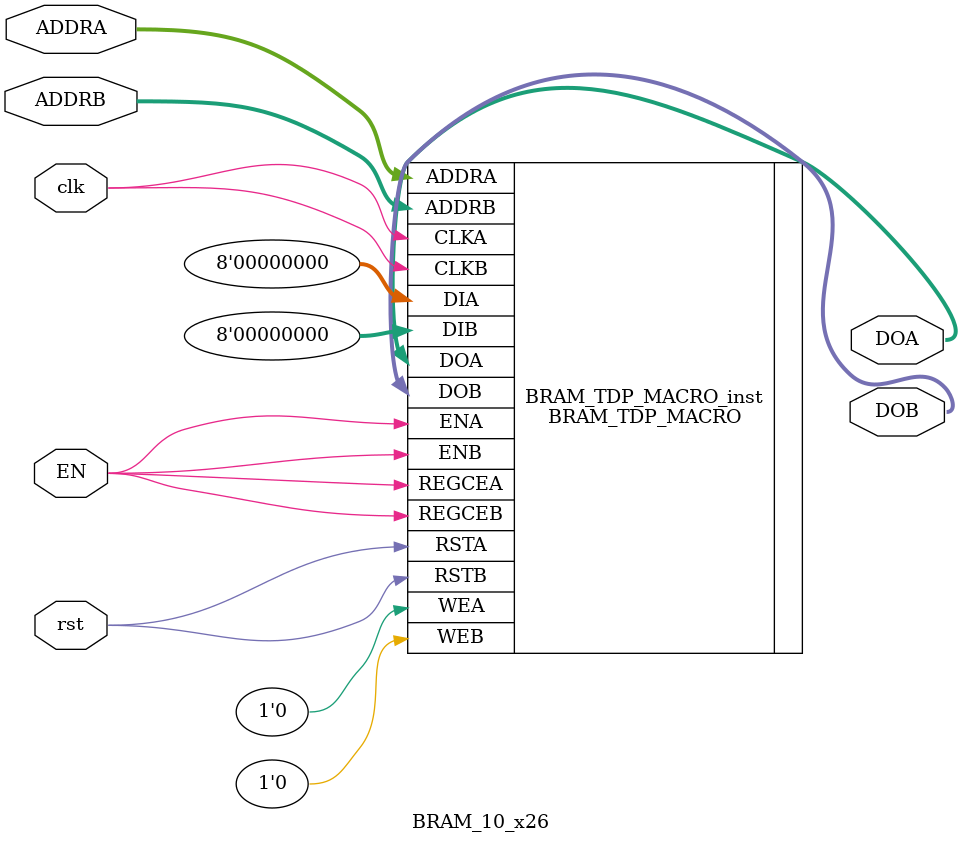
<source format=v>

module BRAM_10_x26(
    input [9:0] ADDRA,
    input [9:0] ADDRB,
    input clk,
    input rst, input EN,
    output [7:0] DOA,
    output [7:0] DOB
    );



// Spartan-6
// Xilinx HDL Libraries Guide, version 14.7
//////////////////////////////////////////////////////////////////////////
// DATA_WIDTH_A/B | BRAM_SIZE | RAM Depth | ADDRA/B Width | WEA/B Width //
// ===============|===========|===========|===============|=============//
// 19-36 | "18Kb" | 512 | 9-bit | 4-bit //
// 10-18 | "18Kb" | 1024 | 10-bit | 2-bit //
// 10-18 | "9Kb" | 512 | 9-bit | 2-bit //
// 5-9 | "18Kb" | 2048 | 11-bit | 1-bit //
// 5-9 | "9Kb" | 1024 | 10-bit | 1-bit //
// 3-4 | "18Kb" | 4096 | 12-bit | 1-bit //
// 3-4 | "9Kb" | 2048 | 11-bit | 1-bit //
// 2 | "18Kb" | 8192 | 13-bit | 1-bit //
// 2 | "9Kb" | 4096 | 12-bit | 1-bit //
// 1 | "18Kb" | 16384 | 14-bit | 1-bit //
// 1 | "9Kb" | 8192 | 12-bit | 1-bit //
//////////////////////////////////////////////////////////////////////////
BRAM_TDP_MACRO #(
	.BRAM_SIZE("9Kb"), // Target BRAM: "9Kb" or "18Kb"
	.DEVICE("SPARTAN6"), // Target device: "VIRTEX5", "VIRTEX6", "SPARTAN6"
	.DOA_REG(1), // Optional port A output register (0 or 1)
	.DOB_REG(1), // Optional port B output register (0 or 1)
	.INIT_A(36'h0123), // Initial values on port A output port
	.INIT_B(36'h3210), // Initial values on port B output port
	.INIT_FILE ("NONE"),
		.READ_WIDTH_A (8), // Valid values are 1-36
	.READ_WIDTH_B (8), // Valid values are 1-36
	.SIM_COLLISION_CHECK ("NONE"), // Collision check enable "ALL", "WARNING_ONLY",
	// "GENERATE_X_ONLY" or "NONE"
	.SRVAL_A(36'h00000000), // Set/Reset value for port A output
	.SRVAL_B(36'h00000000), // Set/Reset value for port B output
	.WRITE_MODE_A("WRITE_FIRST"), // "WRITE_FIRST", "READ_FIRST", or "NO_CHANGE"
	.WRITE_MODE_B("WRITE_FIRST"), // "WRITE_FIRST", "READ_FIRST", or "NO_CHANGE"
	.WRITE_WIDTH_A(8), // Valid values are 1-36
	.WRITE_WIDTH_B(8), // Valid values are 1-36
	
.INIT_00(256'h74246000D87A0000EB5E8500A20000007700E500000000009200000000000000),
.INIT_01(256'hFB06A16C7F70A70A081028000F00AD005F28836600000000DC4E000000000000),
.INIT_02(256'h9F00AF0097FACF0003FAC900EE004C00D02466000380830036A4000000000000),
.INIT_03(256'h10226E6C30F0680AE0B464004300E100F80C00660380830078EA000000000000),
.INIT_04(256'h78E2AA001EBC0000E7984F0064C60000BD002F00000000005800CA0000000000),
.INIT_05(256'h0B70276C4506EB0AF866AE003576E10069980566FCB04C00EAFE8600FCB04C00),
.INIT_06(256'h6B3E9DF8E88576B9F7C4FBF8917FF5B95B65ED4103808300BDE58B4100000000),
.INIT_07(256'h18AC1094B33F9DB3E83A1AF8C0CF14B98FFDC727FF30CF000F1BC741FCB04C00),
.INIT_08(256'h9BCB8FEF3795EFEF04B16AEF4DEFEFEF98EF0AEFEFEFEFEF7DEFEFEFEFEFEFEF),
.INIT_09(256'h14E94E83909F48E5E7FFC7EFE0EF42EFB0C76C89EFEFEFEF33A1EFEFEFEFEFEF),
.INIT_0A(256'h70EF40EF781520EFEC1526EF01EFA3EF3FCB89EFEC6F6CEFD94BEFEFEFEFEFEF),
.INIT_0B(256'hFFCD8183DF1F87E50F5B8BEFACEF0EEF17E3EF89EC6F6CEF9705EFEFEFEFEFEF),
.INIT_0C(256'h970D45EFF153EFEF0877A0EF8B29EFEF52EFC0EFEFEFEFEFB7EF25EFEFEFEFEF),
.INIT_0D(256'hE49FC883AAE904E5178941EFDA990EEF8677EA89135FA3EF051169EF135FA3EF),
.INIT_0E(256'h84D17217076A9956182B14177E901A56B48A02AEEC6F6CEF520A64AEEFEFEFEF),
.INIT_0F(256'hF743FF7B5CD0725C07D5F5172F20FB56601228C810DF20EFE0F428AE135FA3EF),
.INIT_10(256'h2B298600F8370000C01E5A00CF0000009700DC00000000004B00000000000000),
.INIT_11(256'hDA6B65501468EC5F610CE9007C00B3008A1DD30F000000005912000000000000),
.INIT_12(256'h8E2C2600D1BEA0001692000095005A00680526007389FA00C78C000000000000),
.INIT_13(256'h7F6EC5503DE14C5FB780B3002600E9007518290F7389FA00D59E000000000000),
.INIT_14(256'h3AAE10007FB00000D199CC004887000001004A0000000000DD00960000000000),
.INIT_15(256'h92D69050CAD58F5F29B11C00A2BDD0004527260F593A63009628F500593A6300),
.INIT_16(256'h74405BEBF8970EAEECFE7DEBBC29F4AEBB40F5457389FA0014C9D34500000000),
.INIT_17(256'hDC38DBBB4DF281F114D6ADEB561324AEFF67994A2AB399005FE1B045593A6300),
.INIT_18(256'hC4C669EF17D8EFEF2FF1B5EF20EFEFEF78EF33EFEFEFEFEFA4EFEFEFEFEFEFEF),
.INIT_19(256'h35848ABFFB8703B08EE306EF93EF5CEF65F23CE0EFEFEFEFB6FDEFEFEFEFEFEF),
.INIT_1A(256'h61C3C9EF3E514FEFF97DEFEF7AEFB5EF87EAC9EF9C6615EF2863EFEFEFEFEFEF),
.INIT_1B(256'h90812ABFD20EA3B0586F5CEFC9EF06EF9AF7C6E09C6615EF3A71EFEFEFEFEFEF),
.INIT_1C(256'hD541FFEF905FEFEF3E7623EFA768EFEFEEEFA5EFEFEFEFEF32EF79EFEFEFEFEF),
.INIT_1D(256'h7D397FBF253A60B0C65EF3EF4D523FEFAAC8C9E0B6D58CEF79C71AEFB6D58CEF),
.INIT_1E(256'h9BAFB4041778E1410311920453C61B4154AF1AAA9C6615EFFB263CAAEFEFEFEF),
.INIT_1F(256'h33D73454A21D6E1EFB394204B9FCCB41108876A5C55C76EFB00E5FAAB6D58CEF),


	
	//===============================================================================
	
	.INIT_20(256'h0000000000000000000000000000000000000000000000000000000000000000),
	.INIT_21(256'h0000000000000000000000000000000000000000000000000000000000000000),
	.INIT_22(256'h0000000000000000000000000000000000000000000000000000000000000000),
	.INIT_23(256'h0000000000000000000000000000000000000000000000000000000000000000),
	.INIT_24(256'h0000000000000000000000000000000000000000000000000000000000000000),
	.INIT_25(256'h0000000000000000000000000000000000000000000000000000000000000000),
	.INIT_26(256'h0000000000000000000000000000000000000000000000000000000000000000),
	.INIT_27(256'h0000000000000000000000000000000000000000000000000000000000000000),
	.INIT_28(256'h0000000000000000000000000000000000000000000000000000000000000000),
	.INIT_29(256'h0000000000000000000000000000000000000000000000000000000000000000),
	.INIT_2A(256'h0000000000000000000000000000000000000000000000000000000000000000),
	.INIT_2B(256'h0000000000000000000000000000000000000000000000000000000000000000),
	.INIT_2C(256'h0000000000000000000000000000000000000000000000000000000000000000),
	.INIT_2D(256'h0000000000000000000000000000000000000000000000000000000000000000),
	.INIT_2E(256'h0000000000000000000000000000000000000000000000000000000000000000),
	.INIT_2F(256'h0000000000000000000000000000000000000000000000000000000000000000),
	.INIT_30(256'h0000000000000000000000000000000000000000000000000000000000000000),
	.INIT_31(256'h0000000000000000000000000000000000000000000000000000000000000000),
	.INIT_32(256'h0000000000000000000000000000000000000000000000000000000000000000),
	.INIT_33(256'h0000000000000000000000000000000000000000000000000000000000000000),
	.INIT_34(256'h0000000000000000000000000000000000000000000000000000000000000000),
	.INIT_35(256'h0000000000000000000000000000000000000000000000000000000000000000),
	.INIT_36(256'h0000000000000000000000000000000000000000000000000000000000000000),
	.INIT_37(256'h0000000000000000000000000000000000000000000000000000000000000000),
	.INIT_38(256'h0000000000000000000000000000000000000000000000000000000000000000),
	.INIT_39(256'h0000000000000000000000000000000000000000000000000000000000000000),
	.INIT_3A(256'h0000000000000000000000000000000000000000000000000000000000000000),
	.INIT_3B(256'h0000000000000000000000000000000000000000000000000000000000000000),
	.INIT_3C(256'h0000000000000000000000000000000000000000000000000000000000000000),
	.INIT_3D(256'h0000000000000000000000000000000000000000000000000000000000000000),
	.INIT_3E(256'h0000000000000000000000000000000000000000000000000000000000000000),
	.INIT_3F(256'h0000000000000000000000000000000000000000000000000000000000000000),


	// The next set of INITP_xx are for the parity bits
	.INITP_00(256'h0000000000000000000000000000000000000000000000000000000000000000),
	.INITP_01(256'h0000000000000000000000000000000000000000000000000000000000000000),
	.INITP_02(256'h0000000000000000000000000000000000000000000000000000000000000000),
	.INITP_03(256'h0000000000000000000000000000000000000000000000000000000000000000),
	// The next set of INITP_xx are for "18Kb" configuration only
	.INITP_04(256'h0000000000000000000000000000000000000000000000000000000000000000),
	.INITP_05(256'h0000000000000000000000000000000000000000000000000000000000000000),
	.INITP_06(256'h0000000000000000000000000000000000000000000000000000000000000000),
	.INITP_07(256'h0000000000000000000000000000000000000000000000000000000000000000)
) BRAM_TDP_MACRO_inst (
	.DOA(DOA), // Output port-A data, width defined by READ_WIDTH_A parameter
	.DOB(DOB), // Output port-B data, width defined by READ_WIDTH_B parameter
	.ADDRA(ADDRA), // Input port-A address, width defined by Port A depth
	.ADDRB(ADDRB), // Input port-B address, width defined by Port B depth
	.CLKA(clk), // 1-bit input port-A clock
	.CLKB(clk), // 1-bit input port-B clock
		.DIA(8'h0), // Input port-A data, width defined by WRITE_WIDTH_A parameter
	.DIB(8'h0), // Input port-B data, width defined by WRITE_WIDTH_B parameter
	.ENA(EN), // 1-bit input port-A enable
	.ENB(EN), // 1-bit input port-B enable
	.REGCEA(EN), // 1-bit input port-A output register enable
	.REGCEB(EN), // 1-bit input port-B output register enable
	.RSTA(rst), // 1-bit input port-A reset
	.RSTB(rst), // 1-bit input port-B reset
	.WEA(1'b0), // Input port-A write enable, width defined by Port A depth
	.WEB(1'b0) // Input port-B write enable, width defined by Port B depth
);
// End of BRAM_TDP_MACRO_inst instantiation
endmodule

</source>
